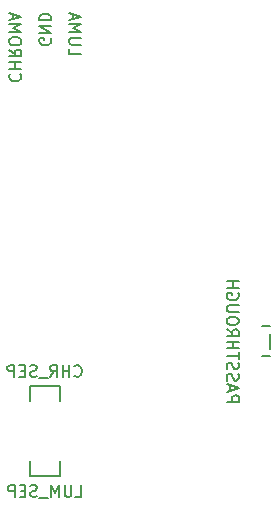
<source format=gbo>
G04 #@! TF.FileFunction,Legend,Bot*
%FSLAX46Y46*%
G04 Gerber Fmt 4.6, Leading zero omitted, Abs format (unit mm)*
G04 Created by KiCad (PCBNEW 4.0.7) date 10/18/19 23:27:25*
%MOMM*%
%LPD*%
G01*
G04 APERTURE LIST*
%ADD10C,0.100000*%
%ADD11C,0.150000*%
%ADD12C,0.200000*%
G04 APERTURE END LIST*
D10*
D11*
X141152619Y-135929048D02*
X142152619Y-135929048D01*
X142152619Y-135548095D01*
X142105000Y-135452857D01*
X142057381Y-135405238D01*
X141962143Y-135357619D01*
X141819286Y-135357619D01*
X141724048Y-135405238D01*
X141676429Y-135452857D01*
X141628810Y-135548095D01*
X141628810Y-135929048D01*
X141438333Y-134976667D02*
X141438333Y-134500476D01*
X141152619Y-135071905D02*
X142152619Y-134738572D01*
X141152619Y-134405238D01*
X141200238Y-134119524D02*
X141152619Y-133976667D01*
X141152619Y-133738571D01*
X141200238Y-133643333D01*
X141247857Y-133595714D01*
X141343095Y-133548095D01*
X141438333Y-133548095D01*
X141533571Y-133595714D01*
X141581190Y-133643333D01*
X141628810Y-133738571D01*
X141676429Y-133929048D01*
X141724048Y-134024286D01*
X141771667Y-134071905D01*
X141866905Y-134119524D01*
X141962143Y-134119524D01*
X142057381Y-134071905D01*
X142105000Y-134024286D01*
X142152619Y-133929048D01*
X142152619Y-133690952D01*
X142105000Y-133548095D01*
X141200238Y-133167143D02*
X141152619Y-133024286D01*
X141152619Y-132786190D01*
X141200238Y-132690952D01*
X141247857Y-132643333D01*
X141343095Y-132595714D01*
X141438333Y-132595714D01*
X141533571Y-132643333D01*
X141581190Y-132690952D01*
X141628810Y-132786190D01*
X141676429Y-132976667D01*
X141724048Y-133071905D01*
X141771667Y-133119524D01*
X141866905Y-133167143D01*
X141962143Y-133167143D01*
X142057381Y-133119524D01*
X142105000Y-133071905D01*
X142152619Y-132976667D01*
X142152619Y-132738571D01*
X142105000Y-132595714D01*
X142152619Y-132310000D02*
X142152619Y-131738571D01*
X141152619Y-132024286D02*
X142152619Y-132024286D01*
X141152619Y-131405238D02*
X142152619Y-131405238D01*
X141676429Y-131405238D02*
X141676429Y-130833809D01*
X141152619Y-130833809D02*
X142152619Y-130833809D01*
X141152619Y-129786190D02*
X141628810Y-130119524D01*
X141152619Y-130357619D02*
X142152619Y-130357619D01*
X142152619Y-129976666D01*
X142105000Y-129881428D01*
X142057381Y-129833809D01*
X141962143Y-129786190D01*
X141819286Y-129786190D01*
X141724048Y-129833809D01*
X141676429Y-129881428D01*
X141628810Y-129976666D01*
X141628810Y-130357619D01*
X142152619Y-129167143D02*
X142152619Y-128976666D01*
X142105000Y-128881428D01*
X142009762Y-128786190D01*
X141819286Y-128738571D01*
X141485952Y-128738571D01*
X141295476Y-128786190D01*
X141200238Y-128881428D01*
X141152619Y-128976666D01*
X141152619Y-129167143D01*
X141200238Y-129262381D01*
X141295476Y-129357619D01*
X141485952Y-129405238D01*
X141819286Y-129405238D01*
X142009762Y-129357619D01*
X142105000Y-129262381D01*
X142152619Y-129167143D01*
X142152619Y-128310000D02*
X141343095Y-128310000D01*
X141247857Y-128262381D01*
X141200238Y-128214762D01*
X141152619Y-128119524D01*
X141152619Y-127929047D01*
X141200238Y-127833809D01*
X141247857Y-127786190D01*
X141343095Y-127738571D01*
X142152619Y-127738571D01*
X142105000Y-126738571D02*
X142152619Y-126833809D01*
X142152619Y-126976666D01*
X142105000Y-127119524D01*
X142009762Y-127214762D01*
X141914524Y-127262381D01*
X141724048Y-127310000D01*
X141581190Y-127310000D01*
X141390714Y-127262381D01*
X141295476Y-127214762D01*
X141200238Y-127119524D01*
X141152619Y-126976666D01*
X141152619Y-126881428D01*
X141200238Y-126738571D01*
X141247857Y-126690952D01*
X141581190Y-126690952D01*
X141581190Y-126881428D01*
X141152619Y-126262381D02*
X142152619Y-126262381D01*
X141676429Y-126262381D02*
X141676429Y-125690952D01*
X141152619Y-125690952D02*
X142152619Y-125690952D01*
D12*
X144780000Y-130175000D02*
X144780000Y-130810000D01*
X144780000Y-131445000D02*
X144780000Y-130810000D01*
X144145000Y-132080000D02*
X144780000Y-132080000D01*
X144145000Y-129540000D02*
X144780000Y-129540000D01*
D11*
X126230000Y-105155714D02*
X126277619Y-105250952D01*
X126277619Y-105393809D01*
X126230000Y-105536667D01*
X126134762Y-105631905D01*
X126039524Y-105679524D01*
X125849048Y-105727143D01*
X125706190Y-105727143D01*
X125515714Y-105679524D01*
X125420476Y-105631905D01*
X125325238Y-105536667D01*
X125277619Y-105393809D01*
X125277619Y-105298571D01*
X125325238Y-105155714D01*
X125372857Y-105108095D01*
X125706190Y-105108095D01*
X125706190Y-105298571D01*
X125277619Y-104679524D02*
X126277619Y-104679524D01*
X125277619Y-104108095D01*
X126277619Y-104108095D01*
X125277619Y-103631905D02*
X126277619Y-103631905D01*
X126277619Y-103393810D01*
X126230000Y-103250952D01*
X126134762Y-103155714D01*
X126039524Y-103108095D01*
X125849048Y-103060476D01*
X125706190Y-103060476D01*
X125515714Y-103108095D01*
X125420476Y-103155714D01*
X125325238Y-103250952D01*
X125277619Y-103393810D01*
X125277619Y-103631905D01*
X127817619Y-106012857D02*
X127817619Y-106489048D01*
X128817619Y-106489048D01*
X128817619Y-105679524D02*
X128008095Y-105679524D01*
X127912857Y-105631905D01*
X127865238Y-105584286D01*
X127817619Y-105489048D01*
X127817619Y-105298571D01*
X127865238Y-105203333D01*
X127912857Y-105155714D01*
X128008095Y-105108095D01*
X128817619Y-105108095D01*
X127817619Y-104631905D02*
X128817619Y-104631905D01*
X128103333Y-104298571D01*
X128817619Y-103965238D01*
X127817619Y-103965238D01*
X128103333Y-103536667D02*
X128103333Y-103060476D01*
X127817619Y-103631905D02*
X128817619Y-103298572D01*
X127817619Y-102965238D01*
X122832857Y-108155714D02*
X122785238Y-108203333D01*
X122737619Y-108346190D01*
X122737619Y-108441428D01*
X122785238Y-108584286D01*
X122880476Y-108679524D01*
X122975714Y-108727143D01*
X123166190Y-108774762D01*
X123309048Y-108774762D01*
X123499524Y-108727143D01*
X123594762Y-108679524D01*
X123690000Y-108584286D01*
X123737619Y-108441428D01*
X123737619Y-108346190D01*
X123690000Y-108203333D01*
X123642381Y-108155714D01*
X122737619Y-107727143D02*
X123737619Y-107727143D01*
X123261429Y-107727143D02*
X123261429Y-107155714D01*
X122737619Y-107155714D02*
X123737619Y-107155714D01*
X122737619Y-106108095D02*
X123213810Y-106441429D01*
X122737619Y-106679524D02*
X123737619Y-106679524D01*
X123737619Y-106298571D01*
X123690000Y-106203333D01*
X123642381Y-106155714D01*
X123547143Y-106108095D01*
X123404286Y-106108095D01*
X123309048Y-106155714D01*
X123261429Y-106203333D01*
X123213810Y-106298571D01*
X123213810Y-106679524D01*
X123737619Y-105489048D02*
X123737619Y-105298571D01*
X123690000Y-105203333D01*
X123594762Y-105108095D01*
X123404286Y-105060476D01*
X123070952Y-105060476D01*
X122880476Y-105108095D01*
X122785238Y-105203333D01*
X122737619Y-105298571D01*
X122737619Y-105489048D01*
X122785238Y-105584286D01*
X122880476Y-105679524D01*
X123070952Y-105727143D01*
X123404286Y-105727143D01*
X123594762Y-105679524D01*
X123690000Y-105584286D01*
X123737619Y-105489048D01*
X122737619Y-104631905D02*
X123737619Y-104631905D01*
X123023333Y-104298571D01*
X123737619Y-103965238D01*
X122737619Y-103965238D01*
X123023333Y-103536667D02*
X123023333Y-103060476D01*
X122737619Y-103631905D02*
X123737619Y-103298572D01*
X122737619Y-102965238D01*
X128325238Y-143962381D02*
X128801429Y-143962381D01*
X128801429Y-142962381D01*
X127991905Y-142962381D02*
X127991905Y-143771905D01*
X127944286Y-143867143D01*
X127896667Y-143914762D01*
X127801429Y-143962381D01*
X127610952Y-143962381D01*
X127515714Y-143914762D01*
X127468095Y-143867143D01*
X127420476Y-143771905D01*
X127420476Y-142962381D01*
X126944286Y-143962381D02*
X126944286Y-142962381D01*
X126610952Y-143676667D01*
X126277619Y-142962381D01*
X126277619Y-143962381D01*
X126039524Y-144057619D02*
X125277619Y-144057619D01*
X125087143Y-143914762D02*
X124944286Y-143962381D01*
X124706190Y-143962381D01*
X124610952Y-143914762D01*
X124563333Y-143867143D01*
X124515714Y-143771905D01*
X124515714Y-143676667D01*
X124563333Y-143581429D01*
X124610952Y-143533810D01*
X124706190Y-143486190D01*
X124896667Y-143438571D01*
X124991905Y-143390952D01*
X125039524Y-143343333D01*
X125087143Y-143248095D01*
X125087143Y-143152857D01*
X125039524Y-143057619D01*
X124991905Y-143010000D01*
X124896667Y-142962381D01*
X124658571Y-142962381D01*
X124515714Y-143010000D01*
X124087143Y-143438571D02*
X123753809Y-143438571D01*
X123610952Y-143962381D02*
X124087143Y-143962381D01*
X124087143Y-142962381D01*
X123610952Y-142962381D01*
X123182381Y-143962381D02*
X123182381Y-142962381D01*
X122801428Y-142962381D01*
X122706190Y-143010000D01*
X122658571Y-143057619D01*
X122610952Y-143152857D01*
X122610952Y-143295714D01*
X122658571Y-143390952D01*
X122706190Y-143438571D01*
X122801428Y-143486190D01*
X123182381Y-143486190D01*
X128253809Y-133707143D02*
X128301428Y-133754762D01*
X128444285Y-133802381D01*
X128539523Y-133802381D01*
X128682381Y-133754762D01*
X128777619Y-133659524D01*
X128825238Y-133564286D01*
X128872857Y-133373810D01*
X128872857Y-133230952D01*
X128825238Y-133040476D01*
X128777619Y-132945238D01*
X128682381Y-132850000D01*
X128539523Y-132802381D01*
X128444285Y-132802381D01*
X128301428Y-132850000D01*
X128253809Y-132897619D01*
X127825238Y-133802381D02*
X127825238Y-132802381D01*
X127825238Y-133278571D02*
X127253809Y-133278571D01*
X127253809Y-133802381D02*
X127253809Y-132802381D01*
X126206190Y-133802381D02*
X126539524Y-133326190D01*
X126777619Y-133802381D02*
X126777619Y-132802381D01*
X126396666Y-132802381D01*
X126301428Y-132850000D01*
X126253809Y-132897619D01*
X126206190Y-132992857D01*
X126206190Y-133135714D01*
X126253809Y-133230952D01*
X126301428Y-133278571D01*
X126396666Y-133326190D01*
X126777619Y-133326190D01*
X126015714Y-133897619D02*
X125253809Y-133897619D01*
X125063333Y-133754762D02*
X124920476Y-133802381D01*
X124682380Y-133802381D01*
X124587142Y-133754762D01*
X124539523Y-133707143D01*
X124491904Y-133611905D01*
X124491904Y-133516667D01*
X124539523Y-133421429D01*
X124587142Y-133373810D01*
X124682380Y-133326190D01*
X124872857Y-133278571D01*
X124968095Y-133230952D01*
X125015714Y-133183333D01*
X125063333Y-133088095D01*
X125063333Y-132992857D01*
X125015714Y-132897619D01*
X124968095Y-132850000D01*
X124872857Y-132802381D01*
X124634761Y-132802381D01*
X124491904Y-132850000D01*
X124063333Y-133278571D02*
X123729999Y-133278571D01*
X123587142Y-133802381D02*
X124063333Y-133802381D01*
X124063333Y-132802381D01*
X123587142Y-132802381D01*
X123158571Y-133802381D02*
X123158571Y-132802381D01*
X122777618Y-132802381D01*
X122682380Y-132850000D01*
X122634761Y-132897619D01*
X122587142Y-132992857D01*
X122587142Y-133135714D01*
X122634761Y-133230952D01*
X122682380Y-133278571D01*
X122777618Y-133326190D01*
X123158571Y-133326190D01*
D12*
X127000000Y-142240000D02*
X127000000Y-140970000D01*
X124460000Y-142240000D02*
X127000000Y-142240000D01*
X124460000Y-140970000D02*
X124460000Y-142240000D01*
X127000000Y-134620000D02*
X127000000Y-135890000D01*
X124460000Y-134620000D02*
X127000000Y-134620000D01*
X124460000Y-135890000D02*
X124460000Y-134620000D01*
M02*

</source>
